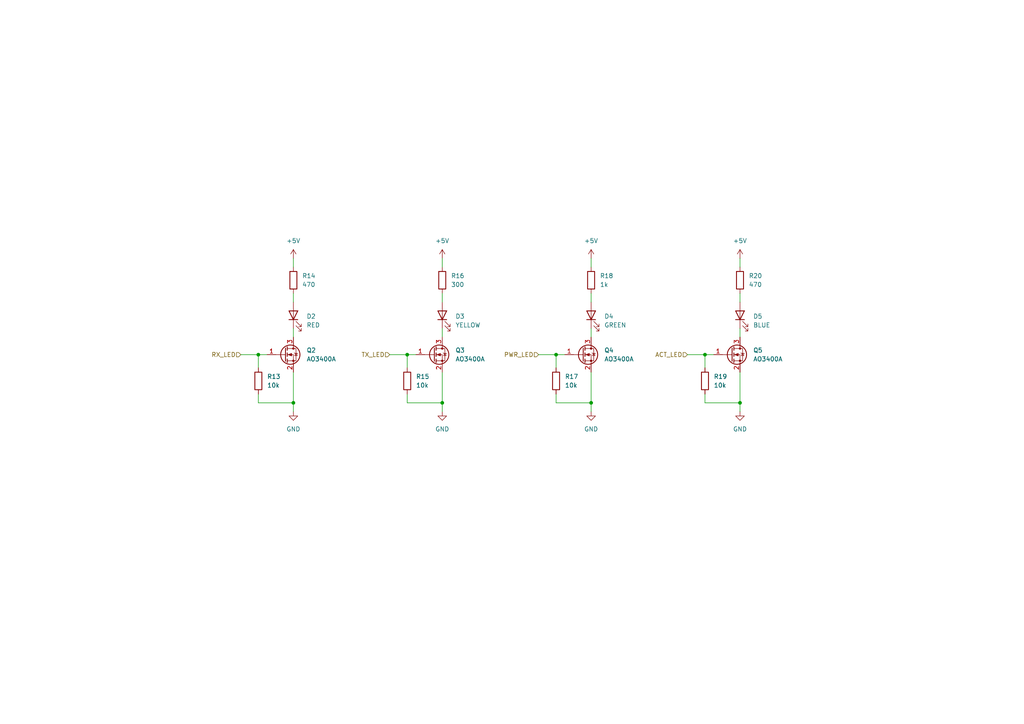
<source format=kicad_sch>
(kicad_sch (version 20211123) (generator eeschema)

  (uuid 833361f8-8c53-48ed-9658-52578bd70613)

  (paper "A4")

  (title_block
    (title "TJ Diag")
    (date "2023-07-06")
    (rev "V1.00")
    (company "andy@britishideas.com")
    (comment 1 "V210/ChryslerScanner_V210/schematic/ChryslerScanner_V210_schematic.pdf")
    (comment 2 "Based on: https://github.com/laszlodaniel/ChryslerScanner/blob/master/PCB/")
    (comment 3 "GPL V3 LICENSE")
  )

  (lib_symbols
    (symbol "Device:LED" (pin_numbers hide) (pin_names (offset 1.016) hide) (in_bom yes) (on_board yes)
      (property "Reference" "D" (id 0) (at 0 2.54 0)
        (effects (font (size 1.27 1.27)))
      )
      (property "Value" "LED" (id 1) (at 0 -2.54 0)
        (effects (font (size 1.27 1.27)))
      )
      (property "Footprint" "" (id 2) (at 0 0 0)
        (effects (font (size 1.27 1.27)) hide)
      )
      (property "Datasheet" "~" (id 3) (at 0 0 0)
        (effects (font (size 1.27 1.27)) hide)
      )
      (property "ki_keywords" "LED diode" (id 4) (at 0 0 0)
        (effects (font (size 1.27 1.27)) hide)
      )
      (property "ki_description" "Light emitting diode" (id 5) (at 0 0 0)
        (effects (font (size 1.27 1.27)) hide)
      )
      (property "ki_fp_filters" "LED* LED_SMD:* LED_THT:*" (id 6) (at 0 0 0)
        (effects (font (size 1.27 1.27)) hide)
      )
      (symbol "LED_0_1"
        (polyline
          (pts
            (xy -1.27 -1.27)
            (xy -1.27 1.27)
          )
          (stroke (width 0.254) (type default) (color 0 0 0 0))
          (fill (type none))
        )
        (polyline
          (pts
            (xy -1.27 0)
            (xy 1.27 0)
          )
          (stroke (width 0) (type default) (color 0 0 0 0))
          (fill (type none))
        )
        (polyline
          (pts
            (xy 1.27 -1.27)
            (xy 1.27 1.27)
            (xy -1.27 0)
            (xy 1.27 -1.27)
          )
          (stroke (width 0.254) (type default) (color 0 0 0 0))
          (fill (type none))
        )
        (polyline
          (pts
            (xy -3.048 -0.762)
            (xy -4.572 -2.286)
            (xy -3.81 -2.286)
            (xy -4.572 -2.286)
            (xy -4.572 -1.524)
          )
          (stroke (width 0) (type default) (color 0 0 0 0))
          (fill (type none))
        )
        (polyline
          (pts
            (xy -1.778 -0.762)
            (xy -3.302 -2.286)
            (xy -2.54 -2.286)
            (xy -3.302 -2.286)
            (xy -3.302 -1.524)
          )
          (stroke (width 0) (type default) (color 0 0 0 0))
          (fill (type none))
        )
      )
      (symbol "LED_1_1"
        (pin passive line (at -3.81 0 0) (length 2.54)
          (name "K" (effects (font (size 1.27 1.27))))
          (number "1" (effects (font (size 1.27 1.27))))
        )
        (pin passive line (at 3.81 0 180) (length 2.54)
          (name "A" (effects (font (size 1.27 1.27))))
          (number "2" (effects (font (size 1.27 1.27))))
        )
      )
    )
    (symbol "Device:R" (pin_numbers hide) (pin_names (offset 0)) (in_bom yes) (on_board yes)
      (property "Reference" "R" (id 0) (at 2.032 0 90)
        (effects (font (size 1.27 1.27)))
      )
      (property "Value" "R" (id 1) (at 0 0 90)
        (effects (font (size 1.27 1.27)))
      )
      (property "Footprint" "" (id 2) (at -1.778 0 90)
        (effects (font (size 1.27 1.27)) hide)
      )
      (property "Datasheet" "~" (id 3) (at 0 0 0)
        (effects (font (size 1.27 1.27)) hide)
      )
      (property "ki_keywords" "R res resistor" (id 4) (at 0 0 0)
        (effects (font (size 1.27 1.27)) hide)
      )
      (property "ki_description" "Resistor" (id 5) (at 0 0 0)
        (effects (font (size 1.27 1.27)) hide)
      )
      (property "ki_fp_filters" "R_*" (id 6) (at 0 0 0)
        (effects (font (size 1.27 1.27)) hide)
      )
      (symbol "R_0_1"
        (rectangle (start -1.016 -2.54) (end 1.016 2.54)
          (stroke (width 0.254) (type default) (color 0 0 0 0))
          (fill (type none))
        )
      )
      (symbol "R_1_1"
        (pin passive line (at 0 3.81 270) (length 1.27)
          (name "~" (effects (font (size 1.27 1.27))))
          (number "1" (effects (font (size 1.27 1.27))))
        )
        (pin passive line (at 0 -3.81 90) (length 1.27)
          (name "~" (effects (font (size 1.27 1.27))))
          (number "2" (effects (font (size 1.27 1.27))))
        )
      )
    )
    (symbol "Transistor_FET:AO3400A" (pin_names hide) (in_bom yes) (on_board yes)
      (property "Reference" "Q" (id 0) (at 5.08 1.905 0)
        (effects (font (size 1.27 1.27)) (justify left))
      )
      (property "Value" "AO3400A" (id 1) (at 5.08 0 0)
        (effects (font (size 1.27 1.27)) (justify left))
      )
      (property "Footprint" "Package_TO_SOT_SMD:SOT-23" (id 2) (at 5.08 -1.905 0)
        (effects (font (size 1.27 1.27) italic) (justify left) hide)
      )
      (property "Datasheet" "http://www.aosmd.com/pdfs/datasheet/AO3400A.pdf" (id 3) (at 0 0 0)
        (effects (font (size 1.27 1.27)) (justify left) hide)
      )
      (property "ki_keywords" "N-Channel MOSFET" (id 4) (at 0 0 0)
        (effects (font (size 1.27 1.27)) hide)
      )
      (property "ki_description" "30V Vds, 5.7A Id, N-Channel MOSFET, SOT-23" (id 5) (at 0 0 0)
        (effects (font (size 1.27 1.27)) hide)
      )
      (property "ki_fp_filters" "SOT?23*" (id 6) (at 0 0 0)
        (effects (font (size 1.27 1.27)) hide)
      )
      (symbol "AO3400A_0_1"
        (polyline
          (pts
            (xy 0.254 0)
            (xy -2.54 0)
          )
          (stroke (width 0) (type default) (color 0 0 0 0))
          (fill (type none))
        )
        (polyline
          (pts
            (xy 0.254 1.905)
            (xy 0.254 -1.905)
          )
          (stroke (width 0.254) (type default) (color 0 0 0 0))
          (fill (type none))
        )
        (polyline
          (pts
            (xy 0.762 -1.27)
            (xy 0.762 -2.286)
          )
          (stroke (width 0.254) (type default) (color 0 0 0 0))
          (fill (type none))
        )
        (polyline
          (pts
            (xy 0.762 0.508)
            (xy 0.762 -0.508)
          )
          (stroke (width 0.254) (type default) (color 0 0 0 0))
          (fill (type none))
        )
        (polyline
          (pts
            (xy 0.762 2.286)
            (xy 0.762 1.27)
          )
          (stroke (width 0.254) (type default) (color 0 0 0 0))
          (fill (type none))
        )
        (polyline
          (pts
            (xy 2.54 2.54)
            (xy 2.54 1.778)
          )
          (stroke (width 0) (type default) (color 0 0 0 0))
          (fill (type none))
        )
        (polyline
          (pts
            (xy 2.54 -2.54)
            (xy 2.54 0)
            (xy 0.762 0)
          )
          (stroke (width 0) (type default) (color 0 0 0 0))
          (fill (type none))
        )
        (polyline
          (pts
            (xy 0.762 -1.778)
            (xy 3.302 -1.778)
            (xy 3.302 1.778)
            (xy 0.762 1.778)
          )
          (stroke (width 0) (type default) (color 0 0 0 0))
          (fill (type none))
        )
        (polyline
          (pts
            (xy 1.016 0)
            (xy 2.032 0.381)
            (xy 2.032 -0.381)
            (xy 1.016 0)
          )
          (stroke (width 0) (type default) (color 0 0 0 0))
          (fill (type outline))
        )
        (polyline
          (pts
            (xy 2.794 0.508)
            (xy 2.921 0.381)
            (xy 3.683 0.381)
            (xy 3.81 0.254)
          )
          (stroke (width 0) (type default) (color 0 0 0 0))
          (fill (type none))
        )
        (polyline
          (pts
            (xy 3.302 0.381)
            (xy 2.921 -0.254)
            (xy 3.683 -0.254)
            (xy 3.302 0.381)
          )
          (stroke (width 0) (type default) (color 0 0 0 0))
          (fill (type none))
        )
        (circle (center 1.651 0) (radius 2.794)
          (stroke (width 0.254) (type default) (color 0 0 0 0))
          (fill (type none))
        )
        (circle (center 2.54 -1.778) (radius 0.254)
          (stroke (width 0) (type default) (color 0 0 0 0))
          (fill (type outline))
        )
        (circle (center 2.54 1.778) (radius 0.254)
          (stroke (width 0) (type default) (color 0 0 0 0))
          (fill (type outline))
        )
      )
      (symbol "AO3400A_1_1"
        (pin input line (at -5.08 0 0) (length 2.54)
          (name "G" (effects (font (size 1.27 1.27))))
          (number "1" (effects (font (size 1.27 1.27))))
        )
        (pin passive line (at 2.54 -5.08 90) (length 2.54)
          (name "S" (effects (font (size 1.27 1.27))))
          (number "2" (effects (font (size 1.27 1.27))))
        )
        (pin passive line (at 2.54 5.08 270) (length 2.54)
          (name "D" (effects (font (size 1.27 1.27))))
          (number "3" (effects (font (size 1.27 1.27))))
        )
      )
    )
    (symbol "power:+5V" (power) (pin_names (offset 0)) (in_bom yes) (on_board yes)
      (property "Reference" "#PWR" (id 0) (at 0 -3.81 0)
        (effects (font (size 1.27 1.27)) hide)
      )
      (property "Value" "+5V" (id 1) (at 0 3.556 0)
        (effects (font (size 1.27 1.27)))
      )
      (property "Footprint" "" (id 2) (at 0 0 0)
        (effects (font (size 1.27 1.27)) hide)
      )
      (property "Datasheet" "" (id 3) (at 0 0 0)
        (effects (font (size 1.27 1.27)) hide)
      )
      (property "ki_keywords" "power-flag" (id 4) (at 0 0 0)
        (effects (font (size 1.27 1.27)) hide)
      )
      (property "ki_description" "Power symbol creates a global label with name \"+5V\"" (id 5) (at 0 0 0)
        (effects (font (size 1.27 1.27)) hide)
      )
      (symbol "+5V_0_1"
        (polyline
          (pts
            (xy -0.762 1.27)
            (xy 0 2.54)
          )
          (stroke (width 0) (type default) (color 0 0 0 0))
          (fill (type none))
        )
        (polyline
          (pts
            (xy 0 0)
            (xy 0 2.54)
          )
          (stroke (width 0) (type default) (color 0 0 0 0))
          (fill (type none))
        )
        (polyline
          (pts
            (xy 0 2.54)
            (xy 0.762 1.27)
          )
          (stroke (width 0) (type default) (color 0 0 0 0))
          (fill (type none))
        )
      )
      (symbol "+5V_1_1"
        (pin power_in line (at 0 0 90) (length 0) hide
          (name "+5V" (effects (font (size 1.27 1.27))))
          (number "1" (effects (font (size 1.27 1.27))))
        )
      )
    )
    (symbol "power:GND" (power) (pin_names (offset 0)) (in_bom yes) (on_board yes)
      (property "Reference" "#PWR" (id 0) (at 0 -6.35 0)
        (effects (font (size 1.27 1.27)) hide)
      )
      (property "Value" "GND" (id 1) (at 0 -3.81 0)
        (effects (font (size 1.27 1.27)))
      )
      (property "Footprint" "" (id 2) (at 0 0 0)
        (effects (font (size 1.27 1.27)) hide)
      )
      (property "Datasheet" "" (id 3) (at 0 0 0)
        (effects (font (size 1.27 1.27)) hide)
      )
      (property "ki_keywords" "power-flag" (id 4) (at 0 0 0)
        (effects (font (size 1.27 1.27)) hide)
      )
      (property "ki_description" "Power symbol creates a global label with name \"GND\" , ground" (id 5) (at 0 0 0)
        (effects (font (size 1.27 1.27)) hide)
      )
      (symbol "GND_0_1"
        (polyline
          (pts
            (xy 0 0)
            (xy 0 -1.27)
            (xy 1.27 -1.27)
            (xy 0 -2.54)
            (xy -1.27 -1.27)
            (xy 0 -1.27)
          )
          (stroke (width 0) (type default) (color 0 0 0 0))
          (fill (type none))
        )
      )
      (symbol "GND_1_1"
        (pin power_in line (at 0 0 270) (length 0) hide
          (name "GND" (effects (font (size 1.27 1.27))))
          (number "1" (effects (font (size 1.27 1.27))))
        )
      )
    )
  )

  (junction (at 128.27 116.84) (diameter 0) (color 0 0 0 0)
    (uuid 04830953-29b6-4d97-9c19-28ddd0e510ed)
  )
  (junction (at 171.45 116.84) (diameter 0) (color 0 0 0 0)
    (uuid 5cf9dd07-6573-4736-927e-fe23441ef46d)
  )
  (junction (at 214.63 116.84) (diameter 0) (color 0 0 0 0)
    (uuid 7cc5bec8-15b4-469c-9a77-8d6a836c64d1)
  )
  (junction (at 74.93 102.87) (diameter 0) (color 0 0 0 0)
    (uuid 7fe89f71-b954-40ef-b64d-61665c52b1ad)
  )
  (junction (at 161.29 102.87) (diameter 0) (color 0 0 0 0)
    (uuid aca32e46-1928-42a1-bc8a-fdc0cec93761)
  )
  (junction (at 204.47 102.87) (diameter 0) (color 0 0 0 0)
    (uuid c8a0831f-12b2-46ab-9a57-bf98944c78e8)
  )
  (junction (at 118.11 102.87) (diameter 0) (color 0 0 0 0)
    (uuid d1416e9a-51b2-47d0-b940-643b9946685d)
  )
  (junction (at 85.09 116.84) (diameter 0) (color 0 0 0 0)
    (uuid dc322aed-873e-4def-98ed-e390f1233244)
  )

  (wire (pts (xy 118.11 116.84) (xy 128.27 116.84))
    (stroke (width 0) (type default) (color 0 0 0 0))
    (uuid 00cff15f-de39-432c-af9b-c2659418369c)
  )
  (wire (pts (xy 161.29 102.87) (xy 161.29 106.68))
    (stroke (width 0) (type default) (color 0 0 0 0))
    (uuid 0219b13e-9e84-4aca-be40-8a34d42fb5c7)
  )
  (wire (pts (xy 171.45 116.84) (xy 171.45 119.38))
    (stroke (width 0) (type default) (color 0 0 0 0))
    (uuid 037b9295-d260-49ef-a6d9-b323016d2008)
  )
  (wire (pts (xy 204.47 114.3) (xy 204.47 116.84))
    (stroke (width 0) (type default) (color 0 0 0 0))
    (uuid 03922e81-bd37-47a0-986c-8e75a0bccef9)
  )
  (wire (pts (xy 113.03 102.87) (xy 118.11 102.87))
    (stroke (width 0) (type default) (color 0 0 0 0))
    (uuid 089c5510-b17d-4c6c-8ba6-7e4243684698)
  )
  (wire (pts (xy 204.47 116.84) (xy 214.63 116.84))
    (stroke (width 0) (type default) (color 0 0 0 0))
    (uuid 0b2863bd-f84e-434e-a283-b0f57511e3c9)
  )
  (wire (pts (xy 171.45 74.93) (xy 171.45 77.47))
    (stroke (width 0) (type default) (color 0 0 0 0))
    (uuid 0dbec77a-32b2-401f-94e3-8a69acee606f)
  )
  (wire (pts (xy 214.63 85.09) (xy 214.63 87.63))
    (stroke (width 0) (type default) (color 0 0 0 0))
    (uuid 206d5066-bae9-4662-ae72-7289c84c18f6)
  )
  (wire (pts (xy 171.45 85.09) (xy 171.45 87.63))
    (stroke (width 0) (type default) (color 0 0 0 0))
    (uuid 2f93924d-b64e-4583-8d3e-7176997926f8)
  )
  (wire (pts (xy 128.27 116.84) (xy 128.27 119.38))
    (stroke (width 0) (type default) (color 0 0 0 0))
    (uuid 317fb52a-e2bd-486e-a68e-629cbe156465)
  )
  (wire (pts (xy 171.45 107.95) (xy 171.45 116.84))
    (stroke (width 0) (type default) (color 0 0 0 0))
    (uuid 33754347-34c9-4ce9-ab9b-8e1817308665)
  )
  (wire (pts (xy 156.21 102.87) (xy 161.29 102.87))
    (stroke (width 0) (type default) (color 0 0 0 0))
    (uuid 67d974d2-75c9-40e8-9aba-26f61f0100ea)
  )
  (wire (pts (xy 118.11 102.87) (xy 118.11 106.68))
    (stroke (width 0) (type default) (color 0 0 0 0))
    (uuid 6f74fa48-6caf-4eba-926b-dab33f701555)
  )
  (wire (pts (xy 128.27 107.95) (xy 128.27 116.84))
    (stroke (width 0) (type default) (color 0 0 0 0))
    (uuid 7c0bb3c1-c6f4-48ff-ae8f-b9645912cca1)
  )
  (wire (pts (xy 74.93 116.84) (xy 85.09 116.84))
    (stroke (width 0) (type default) (color 0 0 0 0))
    (uuid 7fc7c0b3-2bd0-4f33-ace7-25a44e710c26)
  )
  (wire (pts (xy 207.01 102.87) (xy 204.47 102.87))
    (stroke (width 0) (type default) (color 0 0 0 0))
    (uuid 80de4abb-7f12-4a9b-ba3d-a66c1581afa7)
  )
  (wire (pts (xy 214.63 107.95) (xy 214.63 116.84))
    (stroke (width 0) (type default) (color 0 0 0 0))
    (uuid 8e75d6b7-1a16-49b5-8db3-f790e912ab2e)
  )
  (wire (pts (xy 161.29 116.84) (xy 171.45 116.84))
    (stroke (width 0) (type default) (color 0 0 0 0))
    (uuid 9200acd8-f677-4d12-b165-cbde95189181)
  )
  (wire (pts (xy 74.93 114.3) (xy 74.93 116.84))
    (stroke (width 0) (type default) (color 0 0 0 0))
    (uuid 93213cec-399d-470e-9bed-c19b56fca9eb)
  )
  (wire (pts (xy 85.09 95.25) (xy 85.09 97.79))
    (stroke (width 0) (type default) (color 0 0 0 0))
    (uuid 93d651e6-72ea-4760-b1b8-aeb4a0722a21)
  )
  (wire (pts (xy 77.47 102.87) (xy 74.93 102.87))
    (stroke (width 0) (type default) (color 0 0 0 0))
    (uuid 9617f98a-054e-4e8a-a8c8-881c99604ee7)
  )
  (wire (pts (xy 85.09 107.95) (xy 85.09 116.84))
    (stroke (width 0) (type default) (color 0 0 0 0))
    (uuid a4ffc0aa-2f9b-4a52-af0b-f77e9bb572a2)
  )
  (wire (pts (xy 171.45 95.25) (xy 171.45 97.79))
    (stroke (width 0) (type default) (color 0 0 0 0))
    (uuid aae5cd89-64d8-4615-a214-2511ed87102c)
  )
  (wire (pts (xy 214.63 95.25) (xy 214.63 97.79))
    (stroke (width 0) (type default) (color 0 0 0 0))
    (uuid af620e5e-2289-46ba-9ef3-3b9395886f50)
  )
  (wire (pts (xy 85.09 74.93) (xy 85.09 77.47))
    (stroke (width 0) (type default) (color 0 0 0 0))
    (uuid b2cf3fb0-8006-4879-bac4-dae77a6f007c)
  )
  (wire (pts (xy 214.63 74.93) (xy 214.63 77.47))
    (stroke (width 0) (type default) (color 0 0 0 0))
    (uuid b32eeab8-23a3-429b-a1d1-643696ee3b43)
  )
  (wire (pts (xy 74.93 102.87) (xy 74.93 106.68))
    (stroke (width 0) (type default) (color 0 0 0 0))
    (uuid b4b1efc9-0402-4b02-8a6e-1fe535c16b45)
  )
  (wire (pts (xy 120.65 102.87) (xy 118.11 102.87))
    (stroke (width 0) (type default) (color 0 0 0 0))
    (uuid b63ab098-2b9c-4212-9296-54478c3c8eb5)
  )
  (wire (pts (xy 118.11 114.3) (xy 118.11 116.84))
    (stroke (width 0) (type default) (color 0 0 0 0))
    (uuid ba38702c-527a-4127-af17-207e7a97c6fc)
  )
  (wire (pts (xy 199.39 102.87) (xy 204.47 102.87))
    (stroke (width 0) (type default) (color 0 0 0 0))
    (uuid bc9f3d57-a193-4e04-bcba-a7a13b7506fb)
  )
  (wire (pts (xy 69.85 102.87) (xy 74.93 102.87))
    (stroke (width 0) (type default) (color 0 0 0 0))
    (uuid c3b60cb4-12c7-4ff9-b38c-b065572dd9fa)
  )
  (wire (pts (xy 163.83 102.87) (xy 161.29 102.87))
    (stroke (width 0) (type default) (color 0 0 0 0))
    (uuid c62c8741-05c2-4690-971f-237d7c4327a4)
  )
  (wire (pts (xy 128.27 74.93) (xy 128.27 77.47))
    (stroke (width 0) (type default) (color 0 0 0 0))
    (uuid cb9c1808-a89d-4d41-bdc0-7e4dedfb36e8)
  )
  (wire (pts (xy 85.09 116.84) (xy 85.09 119.38))
    (stroke (width 0) (type default) (color 0 0 0 0))
    (uuid d18622a1-4b31-44ca-8b4e-25cc9a41c099)
  )
  (wire (pts (xy 85.09 85.09) (xy 85.09 87.63))
    (stroke (width 0) (type default) (color 0 0 0 0))
    (uuid d83892f6-c7d1-46d7-a213-1a6334af9167)
  )
  (wire (pts (xy 161.29 114.3) (xy 161.29 116.84))
    (stroke (width 0) (type default) (color 0 0 0 0))
    (uuid e86be2b4-4401-4fb1-b865-b7aa7ff80ce2)
  )
  (wire (pts (xy 204.47 102.87) (xy 204.47 106.68))
    (stroke (width 0) (type default) (color 0 0 0 0))
    (uuid e9e64243-45ec-49e2-bfac-b389c2f1a0a6)
  )
  (wire (pts (xy 214.63 116.84) (xy 214.63 119.38))
    (stroke (width 0) (type default) (color 0 0 0 0))
    (uuid eea32a2d-ad40-4d08-88f7-43305e925231)
  )
  (wire (pts (xy 128.27 95.25) (xy 128.27 97.79))
    (stroke (width 0) (type default) (color 0 0 0 0))
    (uuid f738e2e0-1ad7-4e93-b28f-d289f28e63de)
  )
  (wire (pts (xy 128.27 85.09) (xy 128.27 87.63))
    (stroke (width 0) (type default) (color 0 0 0 0))
    (uuid f879d52b-cecc-4848-9ffe-a19ad23938d8)
  )

  (hierarchical_label "ACT_LED" (shape input) (at 199.39 102.87 180)
    (effects (font (size 1.27 1.27)) (justify right))
    (uuid 1840e748-ed01-41fc-af12-5ae8b7146c5f)
  )
  (hierarchical_label "PWR_LED" (shape input) (at 156.21 102.87 180)
    (effects (font (size 1.27 1.27)) (justify right))
    (uuid 3dbe85ff-09e5-4646-9149-e783fc9cbbef)
  )
  (hierarchical_label "RX_LED" (shape input) (at 69.85 102.87 180)
    (effects (font (size 1.27 1.27)) (justify right))
    (uuid 678f376b-8e7f-402c-9fa4-5194a39ab061)
  )
  (hierarchical_label "TX_LED" (shape input) (at 113.03 102.87 180)
    (effects (font (size 1.27 1.27)) (justify right))
    (uuid 8800e02e-a629-4bfa-84d2-56f0a431e20c)
  )

  (symbol (lib_id "power:GND") (at 214.63 119.38 0) (unit 1)
    (in_bom yes) (on_board yes) (fields_autoplaced)
    (uuid 082b0287-de18-42e6-9b57-bb9231c3629f)
    (property "Reference" "#PWR030" (id 0) (at 214.63 125.73 0)
      (effects (font (size 1.27 1.27)) hide)
    )
    (property "Value" "GND" (id 1) (at 214.63 124.46 0))
    (property "Footprint" "" (id 2) (at 214.63 119.38 0)
      (effects (font (size 1.27 1.27)) hide)
    )
    (property "Datasheet" "" (id 3) (at 214.63 119.38 0)
      (effects (font (size 1.27 1.27)) hide)
    )
    (pin "1" (uuid ee5ff7e9-482d-4d7d-bf65-f58d63c6027b))
  )

  (symbol (lib_id "power:GND") (at 171.45 119.38 0) (unit 1)
    (in_bom yes) (on_board yes) (fields_autoplaced)
    (uuid 0fd6704f-f452-49d5-b75b-27340646f8ab)
    (property "Reference" "#PWR028" (id 0) (at 171.45 125.73 0)
      (effects (font (size 1.27 1.27)) hide)
    )
    (property "Value" "GND" (id 1) (at 171.45 124.46 0))
    (property "Footprint" "" (id 2) (at 171.45 119.38 0)
      (effects (font (size 1.27 1.27)) hide)
    )
    (property "Datasheet" "" (id 3) (at 171.45 119.38 0)
      (effects (font (size 1.27 1.27)) hide)
    )
    (pin "1" (uuid a5649593-101c-443e-b150-a7fe4a238dec))
  )

  (symbol (lib_id "Device:R") (at 74.93 110.49 0) (unit 1)
    (in_bom yes) (on_board yes) (fields_autoplaced)
    (uuid 1905d65c-40c2-47e3-b5e5-59bb6e9e0601)
    (property "Reference" "R13" (id 0) (at 77.47 109.2199 0)
      (effects (font (size 1.27 1.27)) (justify left))
    )
    (property "Value" "10k" (id 1) (at 77.47 111.7599 0)
      (effects (font (size 1.27 1.27)) (justify left))
    )
    (property "Footprint" "Resistor_SMD:R_0603_1608Metric" (id 2) (at 73.152 110.49 90)
      (effects (font (size 1.27 1.27)) hide)
    )
    (property "Datasheet" "~" (id 3) (at 74.93 110.49 0)
      (effects (font (size 1.27 1.27)) hide)
    )
    (pin "1" (uuid d8cecc19-8512-4972-8884-94bcce837e68))
    (pin "2" (uuid 628d788f-7c4a-4d61-aa77-e1ddf3626583))
  )

  (symbol (lib_id "Device:LED") (at 85.09 91.44 90) (unit 1)
    (in_bom yes) (on_board yes) (fields_autoplaced)
    (uuid 1d48c4e8-4db9-4db6-b508-64a7bee61ea3)
    (property "Reference" "D2" (id 0) (at 88.9 91.7574 90)
      (effects (font (size 1.27 1.27)) (justify right))
    )
    (property "Value" "RED" (id 1) (at 88.9 94.2974 90)
      (effects (font (size 1.27 1.27)) (justify right))
    )
    (property "Footprint" "" (id 2) (at 85.09 91.44 0)
      (effects (font (size 1.27 1.27)) hide)
    )
    (property "Datasheet" "~" (id 3) (at 85.09 91.44 0)
      (effects (font (size 1.27 1.27)) hide)
    )
    (pin "1" (uuid dd1ea112-7bed-4bcd-a963-1c186f3ce7f1))
    (pin "2" (uuid 2a1fa406-6e0e-40d8-8636-bfaecf6296c0))
  )

  (symbol (lib_id "Device:R") (at 161.29 110.49 0) (unit 1)
    (in_bom yes) (on_board yes) (fields_autoplaced)
    (uuid 25c2271f-0528-4c13-82fd-d7e16ca273a5)
    (property "Reference" "R17" (id 0) (at 163.83 109.2199 0)
      (effects (font (size 1.27 1.27)) (justify left))
    )
    (property "Value" "10k" (id 1) (at 163.83 111.7599 0)
      (effects (font (size 1.27 1.27)) (justify left))
    )
    (property "Footprint" "Resistor_SMD:R_0603_1608Metric" (id 2) (at 159.512 110.49 90)
      (effects (font (size 1.27 1.27)) hide)
    )
    (property "Datasheet" "~" (id 3) (at 161.29 110.49 0)
      (effects (font (size 1.27 1.27)) hide)
    )
    (pin "1" (uuid ad7e2017-a73b-4710-94f1-9b5b5fa78183))
    (pin "2" (uuid ca162253-ca12-42e9-ba27-d2a5004b80d4))
  )

  (symbol (lib_id "power:+5V") (at 214.63 74.93 0) (unit 1)
    (in_bom yes) (on_board yes) (fields_autoplaced)
    (uuid 2bf0ebc9-9337-4f95-8327-8183d71b5c56)
    (property "Reference" "#PWR029" (id 0) (at 214.63 78.74 0)
      (effects (font (size 1.27 1.27)) hide)
    )
    (property "Value" "+5V" (id 1) (at 214.63 69.85 0))
    (property "Footprint" "" (id 2) (at 214.63 74.93 0)
      (effects (font (size 1.27 1.27)) hide)
    )
    (property "Datasheet" "" (id 3) (at 214.63 74.93 0)
      (effects (font (size 1.27 1.27)) hide)
    )
    (pin "1" (uuid 83c136ce-bc99-4649-9ef4-56579651bc0f))
  )

  (symbol (lib_id "Transistor_FET:AO3400A") (at 82.55 102.87 0) (unit 1)
    (in_bom yes) (on_board yes) (fields_autoplaced)
    (uuid 2d82e73c-aa02-411d-885c-11d77e6dcf61)
    (property "Reference" "Q2" (id 0) (at 88.9 101.5999 0)
      (effects (font (size 1.27 1.27)) (justify left))
    )
    (property "Value" "AO3400A" (id 1) (at 88.9 104.1399 0)
      (effects (font (size 1.27 1.27)) (justify left))
    )
    (property "Footprint" "Package_TO_SOT_SMD:SOT-23" (id 2) (at 87.63 104.775 0)
      (effects (font (size 1.27 1.27) italic) (justify left) hide)
    )
    (property "Datasheet" "http://www.aosmd.com/pdfs/datasheet/AO3400A.pdf" (id 3) (at 82.55 102.87 0)
      (effects (font (size 1.27 1.27)) (justify left) hide)
    )
    (property "manf#" "AO3400A" (id 4) (at 82.55 102.87 0)
      (effects (font (size 1.27 1.27)) hide)
    )
    (pin "1" (uuid 8667a27a-380c-457f-9998-5f3468b50534))
    (pin "2" (uuid f4d92d28-2314-4235-adfe-67c196508309))
    (pin "3" (uuid 7b7ae8b5-8c38-48a3-88c1-23978158d0f9))
  )

  (symbol (lib_id "power:GND") (at 128.27 119.38 0) (unit 1)
    (in_bom yes) (on_board yes) (fields_autoplaced)
    (uuid 30155fa8-0cfb-4d1c-bf7c-fd1ac498f660)
    (property "Reference" "#PWR026" (id 0) (at 128.27 125.73 0)
      (effects (font (size 1.27 1.27)) hide)
    )
    (property "Value" "GND" (id 1) (at 128.27 124.46 0))
    (property "Footprint" "" (id 2) (at 128.27 119.38 0)
      (effects (font (size 1.27 1.27)) hide)
    )
    (property "Datasheet" "" (id 3) (at 128.27 119.38 0)
      (effects (font (size 1.27 1.27)) hide)
    )
    (pin "1" (uuid d5eb4dc5-93a7-49f6-b0de-603c1bad2299))
  )

  (symbol (lib_id "Device:R") (at 85.09 81.28 0) (unit 1)
    (in_bom yes) (on_board yes) (fields_autoplaced)
    (uuid 3c81297c-888b-4b6e-84d1-17e1657974a9)
    (property "Reference" "R14" (id 0) (at 87.63 80.0099 0)
      (effects (font (size 1.27 1.27)) (justify left))
    )
    (property "Value" "470" (id 1) (at 87.63 82.5499 0)
      (effects (font (size 1.27 1.27)) (justify left))
    )
    (property "Footprint" "Resistor_SMD:R_0603_1608Metric" (id 2) (at 83.312 81.28 90)
      (effects (font (size 1.27 1.27)) hide)
    )
    (property "Datasheet" "~" (id 3) (at 85.09 81.28 0)
      (effects (font (size 1.27 1.27)) hide)
    )
    (pin "1" (uuid 3fdcd470-0ad5-492a-92a4-889bcbd2102c))
    (pin "2" (uuid 1e812d13-adf3-487c-ad7d-b4a26491b207))
  )

  (symbol (lib_id "Transistor_FET:AO3400A") (at 168.91 102.87 0) (unit 1)
    (in_bom yes) (on_board yes) (fields_autoplaced)
    (uuid 43f7aaac-8d15-474e-879e-ee6964198cb7)
    (property "Reference" "Q4" (id 0) (at 175.26 101.5999 0)
      (effects (font (size 1.27 1.27)) (justify left))
    )
    (property "Value" "AO3400A" (id 1) (at 175.26 104.1399 0)
      (effects (font (size 1.27 1.27)) (justify left))
    )
    (property "Footprint" "Package_TO_SOT_SMD:SOT-23" (id 2) (at 173.99 104.775 0)
      (effects (font (size 1.27 1.27) italic) (justify left) hide)
    )
    (property "Datasheet" "http://www.aosmd.com/pdfs/datasheet/AO3400A.pdf" (id 3) (at 168.91 102.87 0)
      (effects (font (size 1.27 1.27)) (justify left) hide)
    )
    (property "manf#" "AO3400A" (id 4) (at 168.91 102.87 0)
      (effects (font (size 1.27 1.27)) hide)
    )
    (pin "1" (uuid 53224df4-a069-473e-b1d3-621b83d99d3b))
    (pin "2" (uuid 9e0a24cf-22d9-4161-adb7-670c57e72ceb))
    (pin "3" (uuid d09ef953-558a-4d77-96b1-bdc7304fd9d6))
  )

  (symbol (lib_id "Transistor_FET:AO3400A") (at 212.09 102.87 0) (unit 1)
    (in_bom yes) (on_board yes) (fields_autoplaced)
    (uuid 482261bd-72b4-40b7-8b50-b592e421127f)
    (property "Reference" "Q5" (id 0) (at 218.44 101.5999 0)
      (effects (font (size 1.27 1.27)) (justify left))
    )
    (property "Value" "AO3400A" (id 1) (at 218.44 104.1399 0)
      (effects (font (size 1.27 1.27)) (justify left))
    )
    (property "Footprint" "Package_TO_SOT_SMD:SOT-23" (id 2) (at 217.17 104.775 0)
      (effects (font (size 1.27 1.27) italic) (justify left) hide)
    )
    (property "Datasheet" "http://www.aosmd.com/pdfs/datasheet/AO3400A.pdf" (id 3) (at 212.09 102.87 0)
      (effects (font (size 1.27 1.27)) (justify left) hide)
    )
    (property "manf#" "AO3400A" (id 4) (at 212.09 102.87 0)
      (effects (font (size 1.27 1.27)) hide)
    )
    (pin "1" (uuid 51b2a089-12a0-4708-baec-94c9b627bd7b))
    (pin "2" (uuid c42dc5ec-751a-4f83-a9d0-6c5c27ee4afb))
    (pin "3" (uuid e0504c7d-da6e-479a-a185-ca13ae7362a7))
  )

  (symbol (lib_id "power:+5V") (at 85.09 74.93 0) (unit 1)
    (in_bom yes) (on_board yes) (fields_autoplaced)
    (uuid 4c28f5db-f2ae-4339-8115-43e3ee974842)
    (property "Reference" "#PWR023" (id 0) (at 85.09 78.74 0)
      (effects (font (size 1.27 1.27)) hide)
    )
    (property "Value" "+5V" (id 1) (at 85.09 69.85 0))
    (property "Footprint" "" (id 2) (at 85.09 74.93 0)
      (effects (font (size 1.27 1.27)) hide)
    )
    (property "Datasheet" "" (id 3) (at 85.09 74.93 0)
      (effects (font (size 1.27 1.27)) hide)
    )
    (pin "1" (uuid 2799eca4-a1e3-4460-b487-d488819771b8))
  )

  (symbol (lib_id "power:GND") (at 85.09 119.38 0) (unit 1)
    (in_bom yes) (on_board yes) (fields_autoplaced)
    (uuid 501e7245-cffa-430b-aad7-21a63ecfc349)
    (property "Reference" "#PWR024" (id 0) (at 85.09 125.73 0)
      (effects (font (size 1.27 1.27)) hide)
    )
    (property "Value" "GND" (id 1) (at 85.09 124.46 0))
    (property "Footprint" "" (id 2) (at 85.09 119.38 0)
      (effects (font (size 1.27 1.27)) hide)
    )
    (property "Datasheet" "" (id 3) (at 85.09 119.38 0)
      (effects (font (size 1.27 1.27)) hide)
    )
    (pin "1" (uuid f806ebdb-e034-4959-98f6-45772430b8f0))
  )

  (symbol (lib_id "Device:R") (at 214.63 81.28 0) (unit 1)
    (in_bom yes) (on_board yes) (fields_autoplaced)
    (uuid 55d1d9cc-0f5f-4d81-b9a0-42ce8f80c2b8)
    (property "Reference" "R20" (id 0) (at 217.17 80.0099 0)
      (effects (font (size 1.27 1.27)) (justify left))
    )
    (property "Value" "470" (id 1) (at 217.17 82.5499 0)
      (effects (font (size 1.27 1.27)) (justify left))
    )
    (property "Footprint" "Resistor_SMD:R_0603_1608Metric" (id 2) (at 212.852 81.28 90)
      (effects (font (size 1.27 1.27)) hide)
    )
    (property "Datasheet" "~" (id 3) (at 214.63 81.28 0)
      (effects (font (size 1.27 1.27)) hide)
    )
    (pin "1" (uuid cf7ea4bb-dcfc-45ef-8850-ca639fb108f3))
    (pin "2" (uuid 47b00ee3-a30f-4b4e-8b95-68b2bf89971f))
  )

  (symbol (lib_id "Device:R") (at 171.45 81.28 0) (unit 1)
    (in_bom yes) (on_board yes) (fields_autoplaced)
    (uuid 83ea2fdd-7ebc-4588-9f9a-4717cc6894ef)
    (property "Reference" "R18" (id 0) (at 173.99 80.0099 0)
      (effects (font (size 1.27 1.27)) (justify left))
    )
    (property "Value" "1k" (id 1) (at 173.99 82.5499 0)
      (effects (font (size 1.27 1.27)) (justify left))
    )
    (property "Footprint" "Resistor_SMD:R_0603_1608Metric" (id 2) (at 169.672 81.28 90)
      (effects (font (size 1.27 1.27)) hide)
    )
    (property "Datasheet" "~" (id 3) (at 171.45 81.28 0)
      (effects (font (size 1.27 1.27)) hide)
    )
    (pin "1" (uuid fa2fdf42-82a1-477a-a056-d2eff89a61d9))
    (pin "2" (uuid c9b62c04-0b42-4dd9-80f4-9a995b66314b))
  )

  (symbol (lib_id "Device:R") (at 118.11 110.49 0) (unit 1)
    (in_bom yes) (on_board yes) (fields_autoplaced)
    (uuid 8702ec24-1dbd-421d-b96c-c88359045fb3)
    (property "Reference" "R15" (id 0) (at 120.65 109.2199 0)
      (effects (font (size 1.27 1.27)) (justify left))
    )
    (property "Value" "10k" (id 1) (at 120.65 111.7599 0)
      (effects (font (size 1.27 1.27)) (justify left))
    )
    (property "Footprint" "Resistor_SMD:R_0603_1608Metric" (id 2) (at 116.332 110.49 90)
      (effects (font (size 1.27 1.27)) hide)
    )
    (property "Datasheet" "~" (id 3) (at 118.11 110.49 0)
      (effects (font (size 1.27 1.27)) hide)
    )
    (pin "1" (uuid 82af2bc1-c1e5-494e-9fde-f161892b8f03))
    (pin "2" (uuid de5bfab5-b48f-4f3c-abb9-0ecfd7789b81))
  )

  (symbol (lib_id "Device:LED") (at 128.27 91.44 90) (unit 1)
    (in_bom yes) (on_board yes) (fields_autoplaced)
    (uuid 9303554e-d286-4e97-9169-5bf952aa994c)
    (property "Reference" "D3" (id 0) (at 132.08 91.7574 90)
      (effects (font (size 1.27 1.27)) (justify right))
    )
    (property "Value" "YELLOW" (id 1) (at 132.08 94.2974 90)
      (effects (font (size 1.27 1.27)) (justify right))
    )
    (property "Footprint" "" (id 2) (at 128.27 91.44 0)
      (effects (font (size 1.27 1.27)) hide)
    )
    (property "Datasheet" "~" (id 3) (at 128.27 91.44 0)
      (effects (font (size 1.27 1.27)) hide)
    )
    (pin "1" (uuid c2da4d84-9290-4f97-a570-8943072c87f3))
    (pin "2" (uuid 09ff23fd-9032-4c68-8852-a515cb5ae2c3))
  )

  (symbol (lib_id "Device:LED") (at 171.45 91.44 90) (unit 1)
    (in_bom yes) (on_board yes) (fields_autoplaced)
    (uuid 99252c18-0fcd-4210-b1aa-e74395ba0392)
    (property "Reference" "D4" (id 0) (at 175.26 91.7574 90)
      (effects (font (size 1.27 1.27)) (justify right))
    )
    (property "Value" "GREEN" (id 1) (at 175.26 94.2974 90)
      (effects (font (size 1.27 1.27)) (justify right))
    )
    (property "Footprint" "" (id 2) (at 171.45 91.44 0)
      (effects (font (size 1.27 1.27)) hide)
    )
    (property "Datasheet" "~" (id 3) (at 171.45 91.44 0)
      (effects (font (size 1.27 1.27)) hide)
    )
    (pin "1" (uuid 023aa6f5-3c15-400a-8df8-f629f4848e41))
    (pin "2" (uuid 633f6134-d5c0-4285-bac3-a72b688aac9b))
  )

  (symbol (lib_id "Device:R") (at 204.47 110.49 0) (unit 1)
    (in_bom yes) (on_board yes) (fields_autoplaced)
    (uuid acfff190-dc8e-42c3-84cf-96b6236ab2ec)
    (property "Reference" "R19" (id 0) (at 207.01 109.2199 0)
      (effects (font (size 1.27 1.27)) (justify left))
    )
    (property "Value" "10k" (id 1) (at 207.01 111.7599 0)
      (effects (font (size 1.27 1.27)) (justify left))
    )
    (property "Footprint" "Resistor_SMD:R_0603_1608Metric" (id 2) (at 202.692 110.49 90)
      (effects (font (size 1.27 1.27)) hide)
    )
    (property "Datasheet" "~" (id 3) (at 204.47 110.49 0)
      (effects (font (size 1.27 1.27)) hide)
    )
    (pin "1" (uuid f9026f25-f224-4456-9286-dbdbcbb4734b))
    (pin "2" (uuid 7959d1f5-f0b5-4f00-8fc6-48d1072dfd41))
  )

  (symbol (lib_id "power:+5V") (at 128.27 74.93 0) (unit 1)
    (in_bom yes) (on_board yes) (fields_autoplaced)
    (uuid c0c1477c-88c4-4045-8a8b-72de7efcee34)
    (property "Reference" "#PWR025" (id 0) (at 128.27 78.74 0)
      (effects (font (size 1.27 1.27)) hide)
    )
    (property "Value" "+5V" (id 1) (at 128.27 69.85 0))
    (property "Footprint" "" (id 2) (at 128.27 74.93 0)
      (effects (font (size 1.27 1.27)) hide)
    )
    (property "Datasheet" "" (id 3) (at 128.27 74.93 0)
      (effects (font (size 1.27 1.27)) hide)
    )
    (pin "1" (uuid 98da4ce6-0ff4-4ea2-bb8b-109a6a0a8328))
  )

  (symbol (lib_id "Transistor_FET:AO3400A") (at 125.73 102.87 0) (unit 1)
    (in_bom yes) (on_board yes) (fields_autoplaced)
    (uuid cc0d8e2b-fb07-4c46-9208-4225c6cbf38a)
    (property "Reference" "Q3" (id 0) (at 132.08 101.5999 0)
      (effects (font (size 1.27 1.27)) (justify left))
    )
    (property "Value" "AO3400A" (id 1) (at 132.08 104.1399 0)
      (effects (font (size 1.27 1.27)) (justify left))
    )
    (property "Footprint" "Package_TO_SOT_SMD:SOT-23" (id 2) (at 130.81 104.775 0)
      (effects (font (size 1.27 1.27) italic) (justify left) hide)
    )
    (property "Datasheet" "http://www.aosmd.com/pdfs/datasheet/AO3400A.pdf" (id 3) (at 125.73 102.87 0)
      (effects (font (size 1.27 1.27)) (justify left) hide)
    )
    (property "manf#" "AO3400A" (id 4) (at 125.73 102.87 0)
      (effects (font (size 1.27 1.27)) hide)
    )
    (pin "1" (uuid 8456debd-f792-49ac-b64e-9bd4cc98cc4e))
    (pin "2" (uuid 0569be45-dc32-4563-828b-2814e89003a4))
    (pin "3" (uuid 5245dd15-8662-4dc8-9311-8ff25696d96a))
  )

  (symbol (lib_id "Device:LED") (at 214.63 91.44 90) (unit 1)
    (in_bom yes) (on_board yes) (fields_autoplaced)
    (uuid d90ee74c-2e59-4399-8138-3c655d863db3)
    (property "Reference" "D5" (id 0) (at 218.44 91.7574 90)
      (effects (font (size 1.27 1.27)) (justify right))
    )
    (property "Value" "BLUE" (id 1) (at 218.44 94.2974 90)
      (effects (font (size 1.27 1.27)) (justify right))
    )
    (property "Footprint" "" (id 2) (at 214.63 91.44 0)
      (effects (font (size 1.27 1.27)) hide)
    )
    (property "Datasheet" "~" (id 3) (at 214.63 91.44 0)
      (effects (font (size 1.27 1.27)) hide)
    )
    (pin "1" (uuid d15e5ea4-3ddb-4342-aeb4-d3182f98eb09))
    (pin "2" (uuid bc002bc5-f571-4b9d-967a-b6b07d8b8c37))
  )

  (symbol (lib_id "Device:R") (at 128.27 81.28 0) (unit 1)
    (in_bom yes) (on_board yes) (fields_autoplaced)
    (uuid db6d7b0c-a4d4-4f85-b91d-dcee760baf49)
    (property "Reference" "R16" (id 0) (at 130.81 80.0099 0)
      (effects (font (size 1.27 1.27)) (justify left))
    )
    (property "Value" "300" (id 1) (at 130.81 82.5499 0)
      (effects (font (size 1.27 1.27)) (justify left))
    )
    (property "Footprint" "Resistor_SMD:R_0603_1608Metric" (id 2) (at 126.492 81.28 90)
      (effects (font (size 1.27 1.27)) hide)
    )
    (property "Datasheet" "~" (id 3) (at 128.27 81.28 0)
      (effects (font (size 1.27 1.27)) hide)
    )
    (pin "1" (uuid 2e80deb1-ac7b-4d43-b1aa-7137073396a6))
    (pin "2" (uuid e21691c3-a392-4a39-9829-8dca11c67157))
  )

  (symbol (lib_id "power:+5V") (at 171.45 74.93 0) (unit 1)
    (in_bom yes) (on_board yes) (fields_autoplaced)
    (uuid e806a1fb-881e-4fd4-854e-fa303afba1c8)
    (property "Reference" "#PWR027" (id 0) (at 171.45 78.74 0)
      (effects (font (size 1.27 1.27)) hide)
    )
    (property "Value" "+5V" (id 1) (at 171.45 69.85 0))
    (property "Footprint" "" (id 2) (at 171.45 74.93 0)
      (effects (font (size 1.27 1.27)) hide)
    )
    (property "Datasheet" "" (id 3) (at 171.45 74.93 0)
      (effects (font (size 1.27 1.27)) hide)
    )
    (pin "1" (uuid 24e38b9c-0734-4336-aa46-6f4777de6912))
  )
)

</source>
